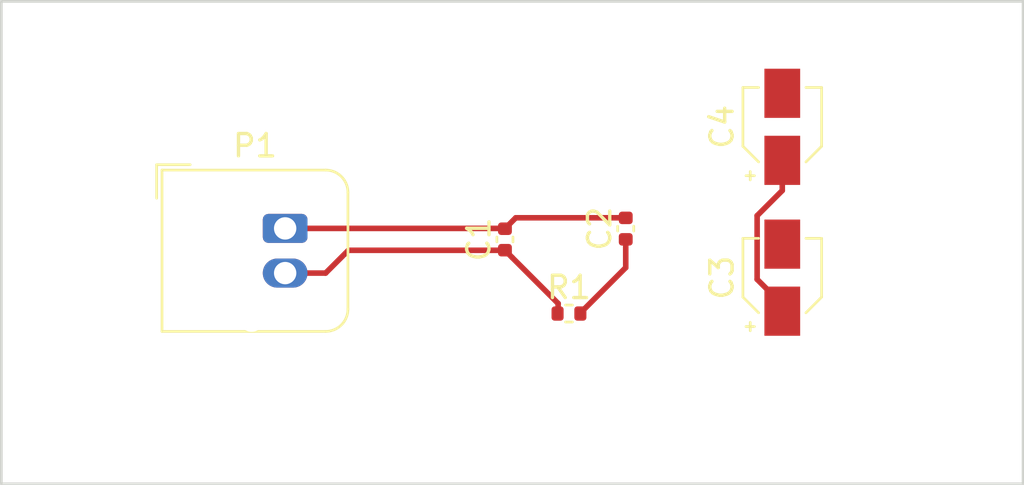
<source format=kicad_pcb>
(kicad_pcb (version 20221018) (generator pcbnew)
  (layers (0 "F.Cu" signal) (31 "B.Cu" signal) (34 "B.Paste" user) (35 "F.Paste" user) (36 "B.SilkS" user "B.Silkscreen") (37 "F.SilkS" user "F.Silkscreen") (38 "B.Mask" user) (39 "F.Mask" user) (44 "Edge.Cuts" user))
  (net 0 "")
  (net 1 "/Power/VCC")
  (net 2 "GND")
  (net 3 "Net-(C2-Pad1)")
  (net 4 "Net-(C3-Pad1)")
  (net 5 "Net-(C3-Pad2)")
  (footprint "Capacitor_SMD:CP_Elec_3x5.3" (layer "F.Cu") (at 177.185001 82.214999 90)
    (fp_text reference "C3" (at 0 -2.7 90) (layer "F.SilkS"))
    (fp_text value "CP")
    (fp_line (start -2.375 -1.435) (end -2 -1.435) (stroke (width 0.12)) (layer "F.SilkS"))
    (fp_line (start -2.1875 -1.6225) (end -2.1875 -1.2475) (stroke (width 0.12)) (layer "F.SilkS"))
    (fp_line (start -1.570563 -1.06) (end -0.870563 -1.76) (stroke (width 0.12)) (layer "F.SilkS"))
    (fp_line (start -1.570563 1.06) (end -0.870563 1.76) (stroke (width 0.12)) (layer "F.SilkS"))
    (fp_line (start -0.870563 -1.76) (end 1.76 -1.76) (stroke (width 0.12)) (layer "F.SilkS"))
    (fp_line (start -0.870563 1.76) (end 1.76 1.76) (stroke (width 0.12)) (layer "F.SilkS"))
    (fp_line (start 1.76 -1.76) (end 1.76 -1.06) (stroke (width 0.12)) (layer "F.SilkS"))
    (fp_line (start 1.76 1.76) (end 1.76 1.06) (stroke (width 0.12)) (layer "F.SilkS"))
    (pad "1" smd rect (at -1.5 0 90) (size 2.2 1.6) (layers "F.Cu" "F.Paste" "F.Mask") (net 4 "Net-(C3-Pad1)"))
    (pad "2" smd rect (at 1.5 0 90) (size 2.2 1.6) (layers "F.Cu" "F.Paste" "F.Mask") (net 5 "Net-(C3-Pad2)"))
  )
  (footprint "Capacitor_SMD:CP_Elec_3x5.3" (layer "F.Cu") (at 177.185001 75.464999 90)
    (fp_text reference "C4" (at 0 -2.7 90) (layer "F.SilkS"))
    (fp_text value "CP")
    (fp_line (start -2.375 -1.435) (end -2 -1.435) (stroke (width 0.12)) (layer "F.SilkS"))
    (fp_line (start -2.1875 -1.6225) (end -2.1875 -1.2475) (stroke (width 0.12)) (layer "F.SilkS"))
    (fp_line (start -1.570563 -1.06) (end -0.870563 -1.76) (stroke (width 0.12)) (layer "F.SilkS"))
    (fp_line (start -1.570563 1.06) (end -0.870563 1.76) (stroke (width 0.12)) (layer "F.SilkS"))
    (fp_line (start -0.870563 -1.76) (end 1.76 -1.76) (stroke (width 0.12)) (layer "F.SilkS"))
    (fp_line (start -0.870563 1.76) (end 1.76 1.76) (stroke (width 0.12)) (layer "F.SilkS"))
    (fp_line (start 1.76 -1.76) (end 1.76 -1.06) (stroke (width 0.12)) (layer "F.SilkS"))
    (fp_line (start 1.76 1.76) (end 1.76 1.06) (stroke (width 0.12)) (layer "F.SilkS"))
    (pad "1" smd rect (at -1.5 0 90) (size 2.2 1.6) (layers "F.Cu" "F.Paste" "F.Mask") (net 4 "Net-(C3-Pad1)"))
    (pad "2" smd rect (at 1.5 0 90) (size 2.2 1.6) (layers "F.Cu" "F.Paste" "F.Mask") (net 5 "Net-(C3-Pad2)"))
  )
  (footprint "Capacitor_SMD:C_0402_1005Metric" (layer "F.Cu") (at 164.775001 80.505001 90)
    (fp_text reference "C1" (at 0 -1.17 90) (layer "F.SilkS"))
    (fp_text value "C")
    (fp_line (start -0.107836 -0.36) (end 0.107836 -0.36) (stroke (width 0.12)) (layer "F.SilkS"))
    (fp_line (start -0.107836 0.36) (end 0.107836 0.36) (stroke (width 0.12)) (layer "F.SilkS"))
    (pad "1" smd roundrect (at -0.48 0 90) (size 0.56 0.62) (layers "F.Cu" "F.Paste" "F.Mask") (net 1 "/Power/VCC"))
    (pad "2" smd roundrect (at 0.48 0 90) (size 0.56 0.62) (layers "F.Cu" "F.Paste" "F.Mask") (net 2 "GND"))
  )
  (footprint "Capacitor_SMD:C_0402_1005Metric" (layer "F.Cu") (at 170.18 80.020001 90)
    (fp_text reference "C2" (at 0 -1.17 90) (layer "F.SilkS"))
    (fp_text value "C")
    (fp_line (start -0.107836 -0.36) (end 0.107836 -0.36) (stroke (width 0.12)) (layer "F.SilkS"))
    (fp_line (start -0.107836 0.36) (end 0.107836 0.36) (stroke (width 0.12)) (layer "F.SilkS"))
    (pad "1" smd roundrect (at -0.48 0 90) (size 0.56 0.62) (layers "F.Cu" "F.Paste" "F.Mask") (net 3 "Net-(C2-Pad1)"))
    (pad "2" smd roundrect (at 0.48 0 90) (size 0.56 0.62) (layers "F.Cu" "F.Paste" "F.Mask") (net 2 "GND"))
  )
  (footprint "Connector_JST:JST_JWPF_B02B-JWPF-SK-R_1x02_P2.00mm_Vertical" (layer "F.Cu") (at 154.94 80.01)
    (fp_text reference "P1" (at -1.35 -3.7) (layer "F.SilkS"))
    (fp_text value "CONN_01X02")
    (fp_line (start -5.75 -2.85) (end -4.25 -2.85) (stroke (width 0.12)) (layer "F.SilkS"))
    (fp_line (start -5.75 -1.35) (end -5.75 -2.85) (stroke (width 0.12)) (layer "F.SilkS"))
    (fp_line (start -5.51 -2.61) (end -5.51 4.61) (stroke (width 0.12)) (layer "F.SilkS"))
    (fp_line (start -5.51 4.61) (end 1.81 4.61) (stroke (width 0.12)) (layer "F.SilkS"))
    (fp_line (start 1.81 -2.61) (end -5.51 -2.61) (stroke (width 0.12)) (layer "F.SilkS"))
    (fp_line (start 2.81 -1.61) (end 2.81 3.61) (stroke (width 0.12)) (layer "F.SilkS"))
    (fp_arc (start 1.81 -2.61) (mid 2.517107 -2.317107) (end 2.81 -1.61) (stroke (width 0.12)) (layer "F.SilkS"))
    (fp_arc (start 2.81 3.61) (mid 2.517107 4.317107) (end 1.81 4.61) (stroke (width 0.12)) (layer "F.SilkS"))
    (pad "" np_thru_hole circle (at -1.5 4.05) (size 1.15 1.15) (drill 1.15) (layers "*.Cu" "*.Mask"))
    (pad "1" thru_hole roundrect (at 0 0) (size 2 1.3) (drill 1) (layers "*.Cu" "*.Mask") (roundrect_rratio 0.192308) (net 2 "GND"))
    (pad "2" thru_hole oval (at 0 2) (size 2 1.3) (drill 1) (layers "*.Cu" "*.Mask") (net 1 "/Power/VCC"))
  )
  (footprint "Resistor_SMD:R_0402_1005Metric" (layer "F.Cu") (at 167.64 83.82)
    (fp_text reference "R1" (at 0 -1.17) (layer "F.SilkS"))
    (fp_text value "R")
    (fp_line (start -0.153641 -0.38) (end 0.153641 -0.38) (stroke (width 0.12)) (layer "F.SilkS"))
    (fp_line (start -0.153641 0.38) (end 0.153641 0.38) (stroke (width 0.12)) (layer "F.SilkS"))
    (pad "1" smd roundrect (at -0.51 0) (size 0.54 0.64) (layers "F.Cu" "F.Paste" "F.Mask") (net 1 "/Power/VCC"))
    (pad "2" smd roundrect (at 0.51 0) (size 0.54 0.64) (layers "F.Cu" "F.Paste" "F.Mask") (net 3 "Net-(C2-Pad1)"))
  )
  (gr_line (start 187.96 69.85) (end 142.24 69.85) (stroke (width 0.12)) (layer "Edge.Cuts"))
  (gr_line (start 142.24 69.85) (end 142.24 91.44) (stroke (width 0.12)) (layer "Edge.Cuts"))
  (gr_line (start 187.96 91.44) (end 187.96 69.85) (stroke (width 0.12)) (layer "Edge.Cuts"))
  (gr_line (start 142.24 91.44) (end 187.96 91.44) (stroke (width 0.12)) (layer "Edge.Cuts"))
  (segment (start 167.155 83.37) (end 165.1 81.315) (width 0.25) (layer "F.Cu") (net 1))
  (segment (start 167.155 83.82) (end 167.155 83.37) (width 0.25) (layer "F.Cu") (net 1))
  (segment (start 157.769999 80.990001) (end 156.75 82.01) (width 0.25) (layer "F.Cu") (net 1))
  (segment (start 156.75 82.01) (end 154.94 82.01) (width 0.25) (layer "F.Cu") (net 1))
  (segment (start 164.775001 80.990001) (end 157.769999 80.990001) (width 0.25) (layer "F.Cu") (net 1))
  (segment (start 165.1 81.315) (end 164.775001 80.990001) (width 0.25) (layer "F.Cu") (net 1))
  (segment (start 164.775001 80.020001) (end 165.260001 79.535001) (width 0.25) (layer "F.Cu") (net 2))
  (segment (start 164.765 80.01) (end 164.775001 80.020001) (width 0.25) (layer "F.Cu") (net 2))
  (segment (start 165.260001 79.535001) (end 170.18 79.535001) (width 0.25) (layer "F.Cu") (net 2))
  (segment (start 154.94 80.01) (end 164.765 80.01) (width 0.25) (layer "F.Cu") (net 2))
  (segment (start 170.18 81.765) (end 168.125 83.82) (width 0.25) (layer "F.Cu") (net 3))
  (segment (start 170.18 80.505001) (end 170.18 81.765) (width 0.25) (layer "F.Cu") (net 3))
  (segment (start 177.185001 76.964999) (end 177.185001 78.314999) (width 0.25) (layer "F.Cu") (net 4))
  (segment (start 177.185001 78.314999) (end 176.06 79.44) (width 0.25) (layer "F.Cu") (net 4))
  (segment (start 176.06 79.44) (end 176.06 82.289998) (width 0.25) (layer "F.Cu") (net 4))
  (segment (start 177.185001 83.414999) (end 177.185001 83.714999) (width 0.25) (layer "F.Cu") (net 4))
  (segment (start 176.06 82.289998) (end 177.185001 83.414999) (width 0.25) (layer "F.Cu") (net 4))
)
</source>
